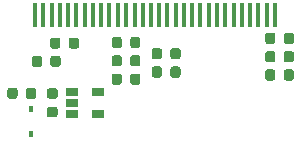
<source format=gbr>
%TF.GenerationSoftware,KiCad,Pcbnew,(5.1.6)-1*%
%TF.CreationDate,2020-09-28T23:29:11+08:00*%
%TF.ProjectId,Crenshaw,4372656e-7368-4617-972e-6b696361645f,rev?*%
%TF.SameCoordinates,Original*%
%TF.FileFunction,Paste,Top*%
%TF.FilePolarity,Positive*%
%FSLAX46Y46*%
G04 Gerber Fmt 4.6, Leading zero omitted, Abs format (unit mm)*
G04 Created by KiCad (PCBNEW (5.1.6)-1) date 2020-09-28 23:29:11*
%MOMM*%
%LPD*%
G01*
G04 APERTURE LIST*
%ADD10R,0.400000X2.000000*%
%ADD11R,1.060000X0.650000*%
%ADD12R,0.450000X0.600000*%
G04 APERTURE END LIST*
%TO.C,R4*%
G36*
G01*
X173043747Y-114150001D02*
X173556247Y-114150001D01*
G75*
G02*
X173774997Y-114368751I0J-218750D01*
G01*
X173774997Y-114806251D01*
G75*
G02*
X173556247Y-115025001I-218750J0D01*
G01*
X173043747Y-115025001D01*
G75*
G02*
X172824997Y-114806251I0J218750D01*
G01*
X172824997Y-114368751D01*
G75*
G02*
X173043747Y-114150001I218750J0D01*
G01*
G37*
G36*
G01*
X173043747Y-112575001D02*
X173556247Y-112575001D01*
G75*
G02*
X173774997Y-112793751I0J-218750D01*
G01*
X173774997Y-113231251D01*
G75*
G02*
X173556247Y-113450001I-218750J0D01*
G01*
X173043747Y-113450001D01*
G75*
G02*
X172824997Y-113231251I0J218750D01*
G01*
X172824997Y-112793751D01*
G75*
G02*
X173043747Y-112575001I218750J0D01*
G01*
G37*
%TD*%
%TO.C,R3*%
G36*
G01*
X183299999Y-111456250D02*
X183299999Y-110943750D01*
G75*
G02*
X183518749Y-110725000I218750J0D01*
G01*
X183956249Y-110725000D01*
G75*
G02*
X184174999Y-110943750I0J-218750D01*
G01*
X184174999Y-111456250D01*
G75*
G02*
X183956249Y-111675000I-218750J0D01*
G01*
X183518749Y-111675000D01*
G75*
G02*
X183299999Y-111456250I0J218750D01*
G01*
G37*
G36*
G01*
X181724999Y-111456250D02*
X181724999Y-110943750D01*
G75*
G02*
X181943749Y-110725000I218750J0D01*
G01*
X182381249Y-110725000D01*
G75*
G02*
X182599999Y-110943750I0J-218750D01*
G01*
X182599999Y-111456250D01*
G75*
G02*
X182381249Y-111675000I-218750J0D01*
G01*
X181943749Y-111675000D01*
G75*
G02*
X181724999Y-111456250I0J218750D01*
G01*
G37*
%TD*%
%TO.C,R2*%
G36*
G01*
X183300000Y-109906250D02*
X183300000Y-109393750D01*
G75*
G02*
X183518750Y-109175000I218750J0D01*
G01*
X183956250Y-109175000D01*
G75*
G02*
X184175000Y-109393750I0J-218750D01*
G01*
X184175000Y-109906250D01*
G75*
G02*
X183956250Y-110125000I-218750J0D01*
G01*
X183518750Y-110125000D01*
G75*
G02*
X183300000Y-109906250I0J218750D01*
G01*
G37*
G36*
G01*
X181725000Y-109906250D02*
X181725000Y-109393750D01*
G75*
G02*
X181943750Y-109175000I218750J0D01*
G01*
X182381250Y-109175000D01*
G75*
G02*
X182600000Y-109393750I0J-218750D01*
G01*
X182600000Y-109906250D01*
G75*
G02*
X182381250Y-110125000I-218750J0D01*
G01*
X181943750Y-110125000D01*
G75*
G02*
X181725000Y-109906250I0J218750D01*
G01*
G37*
%TD*%
%TO.C,R1*%
G36*
G01*
X192900000Y-111706250D02*
X192900000Y-111193750D01*
G75*
G02*
X193118750Y-110975000I218750J0D01*
G01*
X193556250Y-110975000D01*
G75*
G02*
X193775000Y-111193750I0J-218750D01*
G01*
X193775000Y-111706250D01*
G75*
G02*
X193556250Y-111925000I-218750J0D01*
G01*
X193118750Y-111925000D01*
G75*
G02*
X192900000Y-111706250I0J218750D01*
G01*
G37*
G36*
G01*
X191325000Y-111706250D02*
X191325000Y-111193750D01*
G75*
G02*
X191543750Y-110975000I218750J0D01*
G01*
X191981250Y-110975000D01*
G75*
G02*
X192200000Y-111193750I0J-218750D01*
G01*
X192200000Y-111706250D01*
G75*
G02*
X191981250Y-111925000I-218750J0D01*
G01*
X191543750Y-111925000D01*
G75*
G02*
X191325000Y-111706250I0J218750D01*
G01*
G37*
%TD*%
%TO.C,C8*%
G36*
G01*
X179900000Y-112056250D02*
X179900000Y-111543750D01*
G75*
G02*
X180118750Y-111325000I218750J0D01*
G01*
X180556250Y-111325000D01*
G75*
G02*
X180775000Y-111543750I0J-218750D01*
G01*
X180775000Y-112056250D01*
G75*
G02*
X180556250Y-112275000I-218750J0D01*
G01*
X180118750Y-112275000D01*
G75*
G02*
X179900000Y-112056250I0J218750D01*
G01*
G37*
G36*
G01*
X178325000Y-112056250D02*
X178325000Y-111543750D01*
G75*
G02*
X178543750Y-111325000I218750J0D01*
G01*
X178981250Y-111325000D01*
G75*
G02*
X179200000Y-111543750I0J-218750D01*
G01*
X179200000Y-112056250D01*
G75*
G02*
X178981250Y-112275000I-218750J0D01*
G01*
X178543750Y-112275000D01*
G75*
G02*
X178325000Y-112056250I0J218750D01*
G01*
G37*
%TD*%
%TO.C,C7*%
G36*
G01*
X170362500Y-112743750D02*
X170362500Y-113256250D01*
G75*
G02*
X170143750Y-113475000I-218750J0D01*
G01*
X169706250Y-113475000D01*
G75*
G02*
X169487500Y-113256250I0J218750D01*
G01*
X169487500Y-112743750D01*
G75*
G02*
X169706250Y-112525000I218750J0D01*
G01*
X170143750Y-112525000D01*
G75*
G02*
X170362500Y-112743750I0J-218750D01*
G01*
G37*
G36*
G01*
X171937500Y-112743750D02*
X171937500Y-113256250D01*
G75*
G02*
X171718750Y-113475000I-218750J0D01*
G01*
X171281250Y-113475000D01*
G75*
G02*
X171062500Y-113256250I0J218750D01*
G01*
X171062500Y-112743750D01*
G75*
G02*
X171281250Y-112525000I218750J0D01*
G01*
X171718750Y-112525000D01*
G75*
G02*
X171937500Y-112743750I0J-218750D01*
G01*
G37*
%TD*%
%TO.C,C6*%
G36*
G01*
X179899999Y-110506248D02*
X179899999Y-109993748D01*
G75*
G02*
X180118749Y-109774998I218750J0D01*
G01*
X180556249Y-109774998D01*
G75*
G02*
X180774999Y-109993748I0J-218750D01*
G01*
X180774999Y-110506248D01*
G75*
G02*
X180556249Y-110724998I-218750J0D01*
G01*
X180118749Y-110724998D01*
G75*
G02*
X179899999Y-110506248I0J218750D01*
G01*
G37*
G36*
G01*
X178324999Y-110506248D02*
X178324999Y-109993748D01*
G75*
G02*
X178543749Y-109774998I218750J0D01*
G01*
X178981249Y-109774998D01*
G75*
G02*
X179199999Y-109993748I0J-218750D01*
G01*
X179199999Y-110506248D01*
G75*
G02*
X178981249Y-110724998I-218750J0D01*
G01*
X178543749Y-110724998D01*
G75*
G02*
X178324999Y-110506248I0J218750D01*
G01*
G37*
%TD*%
%TO.C,C5*%
G36*
G01*
X179900001Y-108956249D02*
X179900001Y-108443749D01*
G75*
G02*
X180118751Y-108224999I218750J0D01*
G01*
X180556251Y-108224999D01*
G75*
G02*
X180775001Y-108443749I0J-218750D01*
G01*
X180775001Y-108956249D01*
G75*
G02*
X180556251Y-109174999I-218750J0D01*
G01*
X180118751Y-109174999D01*
G75*
G02*
X179900001Y-108956249I0J218750D01*
G01*
G37*
G36*
G01*
X178325001Y-108956249D02*
X178325001Y-108443749D01*
G75*
G02*
X178543751Y-108224999I218750J0D01*
G01*
X178981251Y-108224999D01*
G75*
G02*
X179200001Y-108443749I0J-218750D01*
G01*
X179200001Y-108956249D01*
G75*
G02*
X178981251Y-109174999I-218750J0D01*
G01*
X178543751Y-109174999D01*
G75*
G02*
X178325001Y-108956249I0J218750D01*
G01*
G37*
%TD*%
%TO.C,C4*%
G36*
G01*
X192200001Y-108093751D02*
X192200001Y-108606251D01*
G75*
G02*
X191981251Y-108825001I-218750J0D01*
G01*
X191543751Y-108825001D01*
G75*
G02*
X191325001Y-108606251I0J218750D01*
G01*
X191325001Y-108093751D01*
G75*
G02*
X191543751Y-107875001I218750J0D01*
G01*
X191981251Y-107875001D01*
G75*
G02*
X192200001Y-108093751I0J-218750D01*
G01*
G37*
G36*
G01*
X193775001Y-108093751D02*
X193775001Y-108606251D01*
G75*
G02*
X193556251Y-108825001I-218750J0D01*
G01*
X193118751Y-108825001D01*
G75*
G02*
X192900001Y-108606251I0J218750D01*
G01*
X192900001Y-108093751D01*
G75*
G02*
X193118751Y-107875001I218750J0D01*
G01*
X193556251Y-107875001D01*
G75*
G02*
X193775001Y-108093751I0J-218750D01*
G01*
G37*
%TD*%
%TO.C,C3*%
G36*
G01*
X174000000Y-108493750D02*
X174000000Y-109006250D01*
G75*
G02*
X173781250Y-109225000I-218750J0D01*
G01*
X173343750Y-109225000D01*
G75*
G02*
X173125000Y-109006250I0J218750D01*
G01*
X173125000Y-108493750D01*
G75*
G02*
X173343750Y-108275000I218750J0D01*
G01*
X173781250Y-108275000D01*
G75*
G02*
X174000000Y-108493750I0J-218750D01*
G01*
G37*
G36*
G01*
X175575000Y-108493750D02*
X175575000Y-109006250D01*
G75*
G02*
X175356250Y-109225000I-218750J0D01*
G01*
X174918750Y-109225000D01*
G75*
G02*
X174700000Y-109006250I0J218750D01*
G01*
X174700000Y-108493750D01*
G75*
G02*
X174918750Y-108275000I218750J0D01*
G01*
X175356250Y-108275000D01*
G75*
G02*
X175575000Y-108493750I0J-218750D01*
G01*
G37*
%TD*%
%TO.C,C2*%
G36*
G01*
X192200001Y-109643750D02*
X192200001Y-110156250D01*
G75*
G02*
X191981251Y-110375000I-218750J0D01*
G01*
X191543751Y-110375000D01*
G75*
G02*
X191325001Y-110156250I0J218750D01*
G01*
X191325001Y-109643750D01*
G75*
G02*
X191543751Y-109425000I218750J0D01*
G01*
X191981251Y-109425000D01*
G75*
G02*
X192200001Y-109643750I0J-218750D01*
G01*
G37*
G36*
G01*
X193775001Y-109643750D02*
X193775001Y-110156250D01*
G75*
G02*
X193556251Y-110375000I-218750J0D01*
G01*
X193118751Y-110375000D01*
G75*
G02*
X192900001Y-110156250I0J218750D01*
G01*
X192900001Y-109643750D01*
G75*
G02*
X193118751Y-109425000I218750J0D01*
G01*
X193556251Y-109425000D01*
G75*
G02*
X193775001Y-109643750I0J-218750D01*
G01*
G37*
%TD*%
%TO.C,C1*%
G36*
G01*
X172437500Y-110043750D02*
X172437500Y-110556250D01*
G75*
G02*
X172218750Y-110775000I-218750J0D01*
G01*
X171781250Y-110775000D01*
G75*
G02*
X171562500Y-110556250I0J218750D01*
G01*
X171562500Y-110043750D01*
G75*
G02*
X171781250Y-109825000I218750J0D01*
G01*
X172218750Y-109825000D01*
G75*
G02*
X172437500Y-110043750I0J-218750D01*
G01*
G37*
G36*
G01*
X174012500Y-110043750D02*
X174012500Y-110556250D01*
G75*
G02*
X173793750Y-110775000I-218750J0D01*
G01*
X173356250Y-110775000D01*
G75*
G02*
X173137500Y-110556250I0J218750D01*
G01*
X173137500Y-110043750D01*
G75*
G02*
X173356250Y-109825000I218750J0D01*
G01*
X173793750Y-109825000D01*
G75*
G02*
X174012500Y-110043750I0J-218750D01*
G01*
G37*
%TD*%
D10*
%TO.C,P1*%
X192150000Y-106350000D03*
X191450000Y-106350000D03*
X190750000Y-106350000D03*
X190050000Y-106350000D03*
X189350000Y-106350000D03*
X188650000Y-106350000D03*
X187950000Y-106350000D03*
X187250000Y-106350000D03*
X186550000Y-106350000D03*
X185850000Y-106350000D03*
X185150000Y-106350000D03*
X184450000Y-106350000D03*
X183750000Y-106350000D03*
X183050000Y-106350000D03*
X180950000Y-106350000D03*
X180300000Y-106350000D03*
X179550000Y-106350000D03*
X178850000Y-106350000D03*
X178150000Y-106350000D03*
X177450000Y-106350000D03*
X176750000Y-106350000D03*
X176050000Y-106350000D03*
X175350000Y-106350000D03*
X174650000Y-106350000D03*
X173950000Y-106350000D03*
X173250000Y-106350000D03*
X172550000Y-106350000D03*
X171850000Y-106350000D03*
X182350000Y-106350000D03*
X181650000Y-106350000D03*
%TD*%
D11*
%TO.C,U1*%
X177150000Y-112850000D03*
X177150000Y-114750000D03*
X174950000Y-114750000D03*
X174950000Y-113800000D03*
X174950000Y-112850000D03*
%TD*%
D12*
%TO.C,D1*%
X171500000Y-116450000D03*
X171500000Y-114350000D03*
%TD*%
M02*

</source>
